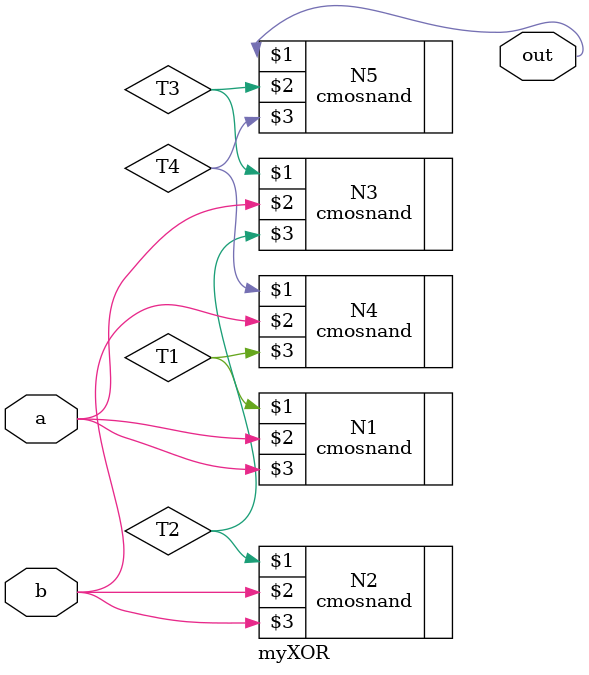
<source format=v>


`include "NAND.v"
`timescale 10ps/1ps


module myXOR ( out, a, b );
    output out; 
    input a, b;
    wire T1, T2, T3, T4;

    cmosnand N1 (T1, a,a);
    cmosnand N2 (T2, b,b);
    cmosnand N3 (T3, a, T2);
    cmosnand N4 (T4, b, T1);
    cmosnand N5 (out, T3, T4);

endmodule
</source>
